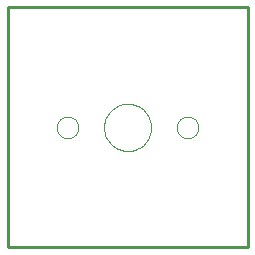
<source format=gbp>
G75*
G70*
%OFA0B0*%
%FSLAX24Y24*%
%IPPOS*%
%LPD*%
%AMOC8*
5,1,8,0,0,1.08239X$1,22.5*
%
%ADD10C,0.0100*%
%ADD11C,0.0000*%
D10*
X000813Y000736D02*
X000813Y008736D01*
X008813Y008736D01*
X008813Y000736D01*
X000813Y000736D01*
D11*
X002458Y004736D02*
X002460Y004773D01*
X002466Y004810D01*
X002475Y004846D01*
X002489Y004880D01*
X002506Y004913D01*
X002526Y004945D01*
X002549Y004974D01*
X002575Y005000D01*
X002604Y005023D01*
X002635Y005043D01*
X002669Y005060D01*
X002703Y005074D01*
X002739Y005083D01*
X002776Y005089D01*
X002813Y005091D01*
X002850Y005089D01*
X002887Y005083D01*
X002923Y005074D01*
X002957Y005060D01*
X002990Y005043D01*
X003022Y005023D01*
X003051Y005000D01*
X003077Y004974D01*
X003100Y004945D01*
X003120Y004914D01*
X003137Y004880D01*
X003151Y004846D01*
X003160Y004810D01*
X003166Y004773D01*
X003168Y004736D01*
X003166Y004699D01*
X003160Y004662D01*
X003151Y004626D01*
X003137Y004592D01*
X003120Y004559D01*
X003100Y004527D01*
X003077Y004498D01*
X003051Y004472D01*
X003022Y004449D01*
X002991Y004429D01*
X002957Y004412D01*
X002923Y004398D01*
X002887Y004389D01*
X002850Y004383D01*
X002813Y004381D01*
X002776Y004383D01*
X002739Y004389D01*
X002703Y004398D01*
X002669Y004412D01*
X002636Y004429D01*
X002604Y004449D01*
X002575Y004472D01*
X002549Y004498D01*
X002526Y004527D01*
X002506Y004558D01*
X002489Y004592D01*
X002475Y004626D01*
X002466Y004662D01*
X002460Y004699D01*
X002458Y004736D01*
X004028Y004736D02*
X004030Y004791D01*
X004036Y004846D01*
X004046Y004901D01*
X004059Y004955D01*
X004076Y005007D01*
X004097Y005059D01*
X004122Y005108D01*
X004150Y005156D01*
X004181Y005202D01*
X004216Y005245D01*
X004253Y005286D01*
X004293Y005324D01*
X004336Y005359D01*
X004381Y005392D01*
X004429Y005420D01*
X004478Y005446D01*
X004529Y005468D01*
X004581Y005486D01*
X004634Y005500D01*
X004689Y005511D01*
X004744Y005518D01*
X004799Y005521D01*
X004855Y005520D01*
X004910Y005515D01*
X004964Y005506D01*
X005018Y005494D01*
X005071Y005477D01*
X005123Y005457D01*
X005173Y005434D01*
X005221Y005406D01*
X005268Y005376D01*
X005312Y005342D01*
X005353Y005306D01*
X005392Y005266D01*
X005428Y005224D01*
X005461Y005179D01*
X005491Y005132D01*
X005517Y005084D01*
X005540Y005033D01*
X005559Y004981D01*
X005574Y004928D01*
X005586Y004874D01*
X005594Y004819D01*
X005598Y004764D01*
X005598Y004708D01*
X005594Y004653D01*
X005586Y004598D01*
X005574Y004544D01*
X005559Y004491D01*
X005540Y004439D01*
X005517Y004388D01*
X005491Y004340D01*
X005461Y004293D01*
X005428Y004248D01*
X005392Y004206D01*
X005353Y004166D01*
X005312Y004130D01*
X005268Y004096D01*
X005221Y004066D01*
X005173Y004038D01*
X005123Y004015D01*
X005071Y003995D01*
X005018Y003978D01*
X004964Y003966D01*
X004910Y003957D01*
X004855Y003952D01*
X004799Y003951D01*
X004744Y003954D01*
X004689Y003961D01*
X004634Y003972D01*
X004581Y003986D01*
X004529Y004004D01*
X004478Y004026D01*
X004429Y004052D01*
X004381Y004080D01*
X004336Y004113D01*
X004293Y004148D01*
X004253Y004186D01*
X004216Y004227D01*
X004181Y004270D01*
X004150Y004316D01*
X004122Y004364D01*
X004097Y004413D01*
X004076Y004465D01*
X004059Y004517D01*
X004046Y004571D01*
X004036Y004626D01*
X004030Y004681D01*
X004028Y004736D01*
X006458Y004736D02*
X006460Y004773D01*
X006466Y004810D01*
X006475Y004846D01*
X006489Y004880D01*
X006506Y004913D01*
X006526Y004945D01*
X006549Y004974D01*
X006575Y005000D01*
X006604Y005023D01*
X006635Y005043D01*
X006669Y005060D01*
X006703Y005074D01*
X006739Y005083D01*
X006776Y005089D01*
X006813Y005091D01*
X006850Y005089D01*
X006887Y005083D01*
X006923Y005074D01*
X006957Y005060D01*
X006990Y005043D01*
X007022Y005023D01*
X007051Y005000D01*
X007077Y004974D01*
X007100Y004945D01*
X007120Y004914D01*
X007137Y004880D01*
X007151Y004846D01*
X007160Y004810D01*
X007166Y004773D01*
X007168Y004736D01*
X007166Y004699D01*
X007160Y004662D01*
X007151Y004626D01*
X007137Y004592D01*
X007120Y004559D01*
X007100Y004527D01*
X007077Y004498D01*
X007051Y004472D01*
X007022Y004449D01*
X006991Y004429D01*
X006957Y004412D01*
X006923Y004398D01*
X006887Y004389D01*
X006850Y004383D01*
X006813Y004381D01*
X006776Y004383D01*
X006739Y004389D01*
X006703Y004398D01*
X006669Y004412D01*
X006636Y004429D01*
X006604Y004449D01*
X006575Y004472D01*
X006549Y004498D01*
X006526Y004527D01*
X006506Y004558D01*
X006489Y004592D01*
X006475Y004626D01*
X006466Y004662D01*
X006460Y004699D01*
X006458Y004736D01*
M02*

</source>
